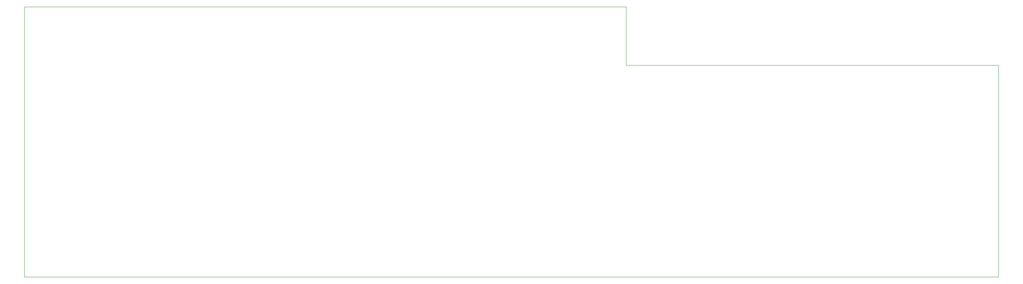
<source format=gm1>
G04 #@! TF.GenerationSoftware,KiCad,Pcbnew,6.0.2*
G04 #@! TF.CreationDate,2022-02-11T20:01:44-05:00*
G04 #@! TF.ProjectId,A1200KB,41313230-304b-4422-9e6b-696361645f70,v4a*
G04 #@! TF.SameCoordinates,Original*
G04 #@! TF.FileFunction,Profile,NP*
%FSLAX46Y46*%
G04 Gerber Fmt 4.6, Leading zero omitted, Abs format (unit mm)*
G04 Created by KiCad (PCBNEW 6.0.2) date 2022-02-11 20:01:44*
%MOMM*%
%LPD*%
G01*
G04 APERTURE LIST*
G04 #@! TA.AperFunction,Profile*
%ADD10C,0.150000*%
G04 #@! TD*
G04 APERTURE END LIST*
D10*
X50000000Y-75000000D02*
X328000000Y-75000000D01*
X500000000Y-102000000D02*
X500000000Y-200000000D01*
X50000000Y-75000000D02*
X50000000Y-200000000D01*
X328000000Y-102000000D02*
X500000000Y-102000000D01*
X50000000Y-200000000D02*
X500000000Y-200000000D01*
X328000000Y-75000000D02*
X328000000Y-102000000D01*
M02*

</source>
